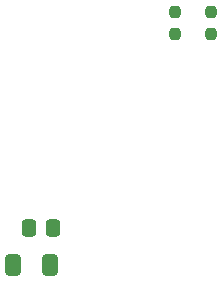
<source format=gbp>
%TF.GenerationSoftware,KiCad,Pcbnew,8.0.4*%
%TF.CreationDate,2024-10-06T13:03:41-05:00*%
%TF.ProjectId,BinauralMic,42696e61-7572-4616-9c4d-69632e6b6963,rev?*%
%TF.SameCoordinates,Original*%
%TF.FileFunction,Paste,Bot*%
%TF.FilePolarity,Positive*%
%FSLAX46Y46*%
G04 Gerber Fmt 4.6, Leading zero omitted, Abs format (unit mm)*
G04 Created by KiCad (PCBNEW 8.0.4) date 2024-10-06 13:03:41*
%MOMM*%
%LPD*%
G01*
G04 APERTURE LIST*
G04 Aperture macros list*
%AMRoundRect*
0 Rectangle with rounded corners*
0 $1 Rounding radius*
0 $2 $3 $4 $5 $6 $7 $8 $9 X,Y pos of 4 corners*
0 Add a 4 corners polygon primitive as box body*
4,1,4,$2,$3,$4,$5,$6,$7,$8,$9,$2,$3,0*
0 Add four circle primitives for the rounded corners*
1,1,$1+$1,$2,$3*
1,1,$1+$1,$4,$5*
1,1,$1+$1,$6,$7*
1,1,$1+$1,$8,$9*
0 Add four rect primitives between the rounded corners*
20,1,$1+$1,$2,$3,$4,$5,0*
20,1,$1+$1,$4,$5,$6,$7,0*
20,1,$1+$1,$6,$7,$8,$9,0*
20,1,$1+$1,$8,$9,$2,$3,0*%
G04 Aperture macros list end*
%ADD10RoundRect,0.237500X0.237500X-0.250000X0.237500X0.250000X-0.237500X0.250000X-0.237500X-0.250000X0*%
%ADD11RoundRect,0.250000X0.412500X0.650000X-0.412500X0.650000X-0.412500X-0.650000X0.412500X-0.650000X0*%
%ADD12RoundRect,0.250000X0.337500X0.475000X-0.337500X0.475000X-0.337500X-0.475000X0.337500X-0.475000X0*%
G04 APERTURE END LIST*
D10*
%TO.C,R2*%
X141815980Y-55722046D03*
X141815980Y-53897046D03*
%TD*%
%TO.C,R3*%
X138815982Y-55722046D03*
X138815982Y-53897046D03*
%TD*%
D11*
%TO.C,C12*%
X128200000Y-75250000D03*
X125075000Y-75250000D03*
%TD*%
D12*
%TO.C,C10*%
X128475000Y-72162498D03*
X126400000Y-72162498D03*
%TD*%
M02*

</source>
